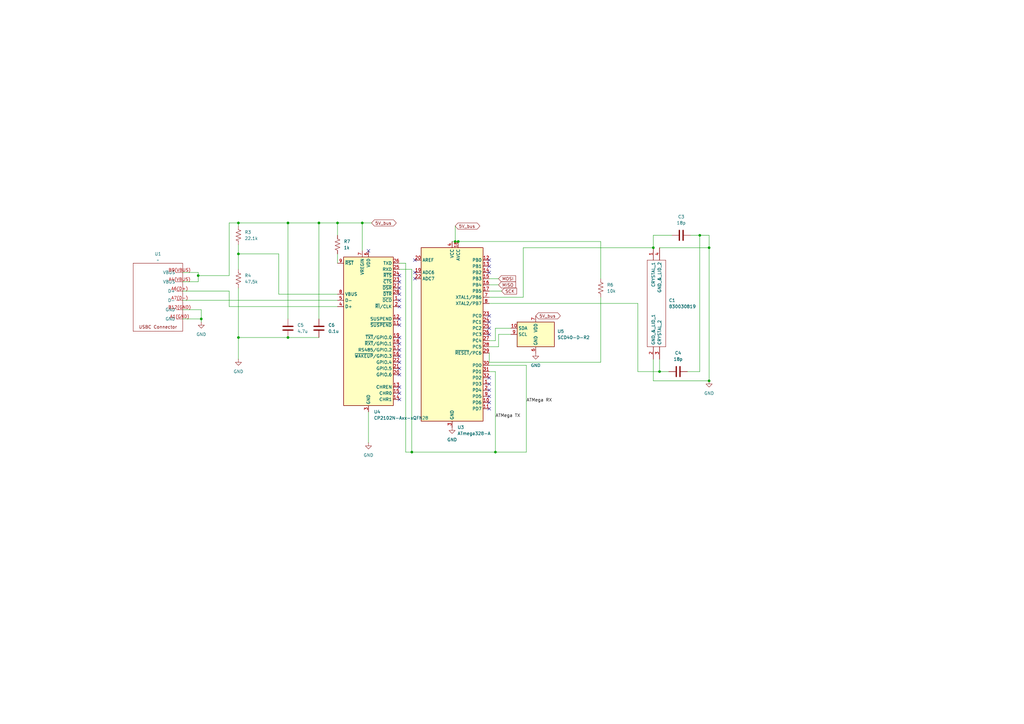
<source format=kicad_sch>
(kicad_sch (version 20231120) (generator "eeschema") (generator_version "8.0")
  (paper "A3")
  (lib_symbols
    (symbol "830030819:830030819" (pin_names (offset 0.762))
      (property "Reference" "C" (at 41.91 7.62 0))
      (property "Value" "830030819" (at 41.91 5.08 0))
      (symbol "830030819_0_0"
        (pin passive line (at 0 -2.54 0) (length 5.08) (name "CRYSTAL_1") (number "1"))
        (pin passive line (at 45.72 -2.54 180) (length 5.08) (name "GND_&_LID_1") (number "2"))
        (pin passive line (at 45.72 0 180) (length 5.08) (name "CRYSTAL_2") (number "3"))
        (pin passive line (at 0 0 0) (length 5.08) (name "GND_&_LID_2") (number "4"))
      )
      (symbol "830030819_0_1"
        (polyline (pts (xy 5.08 2.54) (xy 40.64 2.54) (xy 40.64 -5.08) (xy 5.08 -5.08) (xy 5.08 2.54)) (stroke (width 0.1524)))
      )
    )
    (symbol "Device:C" (pin_numbers hide) (pin_names (offset 0.254))
      (property "Reference" "C" (at 0.635 2.54 0))
      (property "Value" "C" (at 0.635 -2.54 0))
      (symbol "C_0_1"
        (polyline (pts (xy -2.032 -0.762) (xy 2.032 -0.762)) (stroke (width 0.508)))
        (polyline (pts (xy -2.032 0.762) (xy 2.032 0.762)) (stroke (width 0.508)))
      )
      (symbol "C_1_1"
        (pin passive line (at 0 3.81 270) (length 2.794) (name "~") (number "1"))
        (pin passive line (at 0 -3.81 90) (length 2.794) (name "~") (number "2"))
      )
    )
    (symbol "Device:R_US" (pin_numbers hide) (pin_names (offset 0))
      (property "Reference" "R" (at 2.54 0 90))
      (property "Value" "R_US" (at -2.54 0 90))
      (symbol "R_US_0_1"
        (polyline (pts (xy 0 -2.286) (xy 0 -2.54)))
        (polyline (pts (xy 0 2.286) (xy 0 2.54)))
        (polyline (pts (xy 0 -0.762) (xy 1.016 -1.143) (xy 0 -1.524) (xy -1.016 -1.905) (xy 0 -2.286)))
        (polyline (pts (xy 0 0.762) (xy 1.016 0.381) (xy 0 0) (xy -1.016 -0.381) (xy 0 -0.762)))
        (polyline (pts (xy 0 2.286) (xy 1.016 1.905) (xy 0 1.524) (xy -1.016 1.143) (xy 0 0.762)))
      )
      (symbol "R_US_1_1"
        (pin passive line (at 0 3.81 270) (length 1.27) (name "~") (number "1"))
        (pin passive line (at 0 -3.81 90) (length 1.27) (name "~") (number "2"))
      )
    )
    (symbol "Interface_USB:CP2102N-Axx-xQFN28"
      (property "Reference" "U" (at -8.89 31.75 0))
      (property "Value" "CP2102N-Axx-xQFN28" (at 12.7 31.75 0))
      (symbol "CP2102N-Axx-xQFN28_0_1"
        (rectangle (start -10.16 30.48) (end 10.16 -30.48) (stroke (width 0.254)) (fill (type background)))
      )
      (symbol "CP2102N-Axx-xQFN28_1_1"
        (pin input line (at 12.7 12.7 180) (length 2.54) (name "~{DCD}") (number "1"))
        (pin no_connect line (at -10.16 -27.94 0) (length 2.54) hide (name "NC") (number "10"))
        (pin output line (at 12.7 2.54 180) (length 2.54) (name "~{SUSPEND}") (number "11"))
        (pin output line (at 12.7 5.08 180) (length 2.54) (name "SUSPEND") (number "12"))
        (pin output line (at 12.7 -22.86 180) (length 2.54) (name "CHREN") (number "13"))
        (pin output line (at 12.7 -27.94 180) (length 2.54) (name "CHR1") (number "14"))
        (pin output line (at 12.7 -25.4 180) (length 2.54) (name "CHR0") (number "15"))
        (pin bidirectional line (at 12.7 -10.16 180) (length 2.54) (name "~{WAKEUP}/GPIO.3") (number "16"))
        (pin bidirectional line (at 12.7 -7.62 180) (length 2.54) (name "RS485/GPIO.2") (number "17"))
        (pin bidirectional line (at 12.7 -5.08 180) (length 2.54) (name "~{RXT}/GPIO.1") (number "18"))
        (pin bidirectional line (at 12.7 -2.54 180) (length 2.54) (name "~{TXT}/GPIO.0") (number "19"))
        (pin bidirectional line (at 12.7 10.16 180) (length 2.54) (name "~{RI}/CLK") (number "2"))
        (pin bidirectional line (at 12.7 -17.78 180) (length 2.54) (name "GPIO.6") (number "20"))
        (pin bidirectional line (at 12.7 -15.24 180) (length 2.54) (name "GPIO.5") (number "21"))
        (pin bidirectional line (at 12.7 -12.7 180) (length 2.54) (name "GPIO.4") (number "22"))
        (pin input line (at 12.7 20.32 180) (length 2.54) (name "~{CTS}") (number "23"))
        (pin output line (at 12.7 22.86 180) (length 2.54) (name "~{RTS}") (number "24"))
        (pin input line (at 12.7 25.4 180) (length 2.54) (name "RXD") (number "25"))
        (pin output line (at 12.7 27.94 180) (length 2.54) (name "TXD") (number "26"))
        (pin input line (at 12.7 17.78 180) (length 2.54) (name "~{DSR}") (number "27"))
        (pin output line (at 12.7 15.24 180) (length 2.54) (name "~{DTR}") (number "28"))
        (pin passive line (at 0 -33.02 90) (length 2.54) hide (name "GND") (number "29"))
        (pin power_in line (at 0 -33.02 90) (length 2.54) (name "GND") (number "3"))
        (pin bidirectional line (at -12.7 10.16 0) (length 2.54) (name "D+") (number "4"))
        (pin bidirectional line (at -12.7 12.7 0) (length 2.54) (name "D-") (number "5"))
        (pin power_in line (at 0 33.02 270) (length 2.54) (name "VDD") (number "6"))
        (pin power_in line (at -2.54 33.02 270) (length 2.54) (name "VREGIN") (number "7"))
        (pin input line (at -12.7 15.24 0) (length 2.54) (name "VBUS") (number "8"))
        (pin input line (at -12.7 27.94 0) (length 2.54) (name "~{RST}") (number "9"))
      )
    )
    (symbol "MCU_Microchip_ATmega:ATmega328-A"
      (property "Reference" "U" (at -12.7 36.83 0))
      (property "Value" "ATmega328-A" (at 2.54 -36.83 0))
      (symbol "ATmega328-A_0_1"
        (rectangle (start -12.7 -35.56) (end 12.7 35.56) (stroke (width 0.254)) (fill (type background)))
      )
      (symbol "ATmega328-A_1_1"
        (pin bidirectional line (at 15.24 -20.32 180) (length 2.54) (name "PD3") (number "1"))
        (pin bidirectional line (at 15.24 -27.94 180) (length 2.54) (name "PD6") (number "10"))
        (pin bidirectional line (at 15.24 -30.48 180) (length 2.54) (name "PD7") (number "11"))
        (pin bidirectional line (at 15.24 30.48 180) (length 2.54) (name "PB0") (number "12"))
        (pin bidirectional line (at 15.24 27.94 180) (length 2.54) (name "PB1") (number "13"))
        (pin bidirectional line (at 15.24 25.4 180) (length 2.54) (name "PB2") (number "14"))
        (pin bidirectional line (at 15.24 22.86 180) (length 2.54) (name "PB3") (number "15"))
        (pin bidirectional line (at 15.24 20.32 180) (length 2.54) (name "PB4") (number "16"))
        (pin bidirectional line (at 15.24 17.78 180) (length 2.54) (name "PB5") (number "17"))
        (pin power_in line (at 2.54 38.1 270) (length 2.54) (name "AVCC") (number "18"))
        (pin input line (at -15.24 25.4 0) (length 2.54) (name "ADC6") (number "19"))
        (pin bidirectional line (at 15.24 -22.86 180) (length 2.54) (name "PD4") (number "2"))
        (pin passive line (at -15.24 30.48 0) (length 2.54) (name "AREF") (number "20"))
        (pin passive line (at 0 -38.1 90) (length 2.54) hide (name "GND") (number "21"))
        (pin input line (at -15.24 22.86 0) (length 2.54) (name "ADC7") (number "22"))
        (pin bidirectional line (at 15.24 7.62 180) (length 2.54) (name "PC0") (number "23"))
        (pin bidirectional line (at 15.24 5.08 180) (length 2.54) (name "PC1") (number "24"))
        (pin bidirectional line (at 15.24 2.54 180) (length 2.54) (name "PC2") (number "25"))
        (pin bidirectional line (at 15.24 0 180) (length 2.54) (name "PC3") (number "26"))
        (pin bidirectional line (at 15.24 -2.54 180) (length 2.54) (name "PC4") (number "27"))
        (pin bidirectional line (at 15.24 -5.08 180) (length 2.54) (name "PC5") (number "28"))
        (pin bidirectional line (at 15.24 -7.62 180) (length 2.54) (name "~{RESET}/PC6") (number "29"))
        (pin power_in line (at 0 -38.1 90) (length 2.54) (name "GND") (number "3"))
        (pin bidirectional line (at 15.24 -12.7 180) (length 2.54) (name "PD0") (number "30"))
        (pin bidirectional line (at 15.24 -15.24 180) (length 2.54) (name "PD1") (number "31"))
        (pin bidirectional line (at 15.24 -17.78 180) (length 2.54) (name "PD2") (number "32"))
        (pin power_in line (at 0 38.1 270) (length 2.54) (name "VCC") (number "4"))
        (pin passive line (at 0 -38.1 90) (length 2.54) hide (name "GND") (number "5"))
        (pin passive line (at 0 38.1 270) (length 2.54) hide (name "VCC") (number "6"))
        (pin bidirectional line (at 15.24 15.24 180) (length 2.54) (name "XTAL1/PB6") (number "7"))
        (pin bidirectional line (at 15.24 12.7 180) (length 2.54) (name "XTAL2/PB7") (number "8"))
        (pin bidirectional line (at 15.24 -25.4 180) (length 2.54) (name "PD5") (number "9"))
      )
    )
    (symbol "R_US_1" (pin_numbers hide) (pin_names (offset 0))
      (property "Reference" "R4" (at 2.54 1.2701 0))
      (property "Value" "47.5k" (at 2.54 -1.2699 0))
      (symbol "R_US_1_0_1"
        (polyline (pts (xy 0 -2.286) (xy 0 -2.54)))
        (polyline (pts (xy 0 2.286) (xy 0 2.54)))
        (polyline (pts (xy 0 -0.762) (xy 1.016 -1.143) (xy 0 -1.524) (xy -1.016 -1.905) (xy 0 -2.286)))
        (polyline (pts (xy 0 0.762) (xy 1.016 0.381) (xy 0 0) (xy -1.016 -0.381) (xy 0 -0.762)))
        (polyline (pts (xy 0 2.286) (xy 1.016 1.905) (xy 0 1.524) (xy -1.016 1.143) (xy 0 0.762)))
      )
      (symbol "R_US_1_1_1"
        (pin passive line (at 0 3.81 270) (length 1.27) (name "~") (number "1"))
        (pin passive line (at 0 -3.81 90) (length 1.27) (name "~") (number "2"))
      )
    )
    (symbol "Sensor_Gas:SCD40-D-R2"
      (property "Reference" "U" (at -7.62 6.35 0))
      (property "Value" "SCD40-D-R2" (at 6.985 6.35 0))
      (symbol "SCD40-D-R2_0_1"
        (rectangle (start 7.62 5.08) (end -7.62 -5.08) (stroke (width 0.254)) (fill (type background)))
      )
      (symbol "SCD40-D-R2_1_1"
        (pin bidirectional line (at 10.16 2.54 180) (length 2.54) (name "SDA") (number "10"))
        (pin passive line (at 0 7.62 270) (length 2.54) hide (name "VDD") (number "19"))
        (pin passive line (at 0 -7.62 90) (length 2.54) hide (name "GND") (number "20"))
        (pin passive line (at 0 -7.62 90) (length 2.54) hide (name "GND") (number "21"))
        (pin power_in line (at 0 -7.62 90) (length 2.54) (name "GND") (number "6"))
        (pin power_in line (at 0 7.62 270) (length 2.54) (name "VDD") (number "7"))
        (pin input line (at 10.16 0 180) (length 2.54) (name "SCL") (number "9"))
      )
    )
    (symbol "customCardLibrary:adafruit_usbc_male"
      (property "Reference" "U" (at 6.858 14.732 0))
      (symbol "adafruit_usbc_male_0_1"
        (rectangle (start -3.81 44.45) (end 16.51 16.51))
      )
      (symbol "adafruit_usbc_male_1_1"
        (text "USBC Connector\n" (at 6.35 18.288 0) (effects (font (size 1.27 1.27))))
        (pin bidirectional line (at 16.51 21.59 180) (length 2.54) (name "GND") (number "A1(GND)"))
        (pin bidirectional line (at 16.51 36.83 180) (length 2.54) (name "VBUS") (number "A4(VBUS)"))
        (pin bidirectional line (at 16.51 33.02 180) (length 2.54) (name "D+") (number "A6(D+)"))
        (pin bidirectional line (at 16.51 29.21 180) (length 2.54) (name "D-") (number "A7(D-)"))
        (pin bidirectional line (at 16.51 25.4 180) (length 2.54) (name "GND") (number "B12(GND)"))
        (pin bidirectional line (at 16.51 40.64 180) (length 2.54) (name "VBUS") (number "B9(VBUS)"))
      )
    )
    (symbol "power:GND" (power) (pin_numbers hide) (pin_names (offset 0) hide)
      (property "Value" "GND" (at 0 -3.81 0))
      (symbol "GND_0_1"
        (polyline (pts (xy 0 0) (xy 0 -1.27) (xy 1.27 -1.27) (xy 0 -2.54) (xy -1.27 -1.27) (xy 0 -1.27)))
      )
      (symbol "GND_1_1"
        (pin power_in line (at 0 0 270) (length 0) (name "~") (number "1"))
      )
    )
  )
  (junction (at 138.43 91.44))
  (junction (at 97.79 104.14))
  (junction (at 203.2 185.42))
  (junction (at 118.11 138.43))
  (junction (at 168.91 185.42))
  (junction (at 290.83 101.6))
  (junction (at 82.55 130.81))
  (junction (at 186.69 99.06))
  (junction (at 81.28 113.03))
  (junction (at 290.83 156.21))
  (junction (at 270.51 152.4))
  (junction (at 267.97 101.6))
  (junction (at 130.81 91.44))
  (junction (at 287.02 96.52))
  (junction (at 97.79 91.44))
  (junction (at 97.79 138.43))
  (junction (at 187.96 99.06))
  (junction (at 148.59 91.44))
  (junction (at 118.11 91.44))
  (no_connect (at 163.83 143.51))
  (no_connect (at 200.66 160.02))
  (no_connect (at 151.13 102.87))
  (no_connect (at 200.66 154.94))
  (no_connect (at 200.66 162.56))
  (no_connect (at 200.66 111.76))
  (no_connect (at 200.66 106.68))
  (no_connect (at 170.18 114.3))
  (no_connect (at 163.83 130.81))
  (no_connect (at 163.83 158.75))
  (no_connect (at 163.83 151.13))
  (no_connect (at 163.83 125.73))
  (no_connect (at 163.83 161.29))
  (no_connect (at 163.83 113.03))
  (no_connect (at 163.83 146.05))
  (no_connect (at 200.66 165.1))
  (no_connect (at 200.66 157.48))
  (no_connect (at 163.83 118.11))
  (no_connect (at 200.66 132.08))
  (no_connect (at 200.66 134.62))
  (no_connect (at 163.83 115.57))
  (no_connect (at 170.18 111.76))
  (no_connect (at 200.66 167.64))
  (no_connect (at 163.83 138.43))
  (no_connect (at 163.83 120.65))
  (no_connect (at 170.18 106.68))
  (no_connect (at 163.83 163.83))
  (no_connect (at 200.66 129.54))
  (no_connect (at 163.83 123.19))
  (no_connect (at 200.66 137.16))
  (no_connect (at 163.83 153.67))
  (no_connect (at 200.66 109.22))
  (no_connect (at 163.83 148.59))
  (no_connect (at 163.83 140.97))
  (no_connect (at 163.83 133.35))
  (wire (pts (xy 166.37 107.95) (xy 163.83 107.95)))
  (wire (pts (xy 267.97 96.52) (xy 267.97 101.6)))
  (wire (pts (xy 200.66 152.4) (xy 203.2 152.4)))
  (wire (pts (xy 246.38 99.06) (xy 187.96 99.06)))
  (wire (pts (xy 81.28 113.03) (xy 81.28 115.57)))
  (wire (pts (xy 261.62 152.4) (xy 270.51 152.4)))
  (wire (pts (xy 74.93 127) (xy 82.55 127)))
  (wire (pts (xy 290.83 96.52) (xy 290.83 101.6)))
  (wire (pts (xy 118.11 91.44) (xy 130.81 91.44)))
  (wire (pts (xy 204.47 137.16) (xy 204.47 142.24)))
  (wire (pts (xy 214.63 121.92) (xy 214.63 101.6)))
  (wire (pts (xy 204.47 142.24) (xy 200.66 142.24)))
  (wire (pts (xy 114.3 120.65) (xy 138.43 120.65)))
  (wire (pts (xy 166.37 185.42) (xy 166.37 107.95)))
  (wire (pts (xy 215.9 185.42) (xy 203.2 185.42)))
  (wire (pts (xy 97.79 147.32) (xy 97.79 138.43)))
  (wire (pts (xy 200.66 139.7) (xy 203.2 139.7)))
  (wire (pts (xy 97.79 91.44) (xy 97.79 92.71)))
  (wire (pts (xy 209.55 137.16) (xy 204.47 137.16)))
  (wire (pts (xy 93.98 125.73) (xy 138.43 125.73)))
  (wire (pts (xy 93.98 119.38) (xy 74.93 119.38)))
  (wire (pts (xy 97.79 91.44) (xy 118.11 91.44)))
  (wire (pts (xy 97.79 138.43) (xy 97.79 118.11)))
  (wire (pts (xy 130.81 91.44) (xy 138.43 91.44)))
  (wire (pts (xy 246.38 114.3) (xy 246.38 99.06)))
  (wire (pts (xy 82.55 127) (xy 82.55 130.81)))
  (wire (pts (xy 97.79 138.43) (xy 118.11 138.43)))
  (wire (pts (xy 287.02 96.52) (xy 290.83 96.52)))
  (wire (pts (xy 283.21 96.52) (xy 287.02 96.52)))
  (wire (pts (xy 187.96 99.06) (xy 186.69 99.06)))
  (wire (pts (xy 287.02 152.4) (xy 287.02 96.52)))
  (wire (pts (xy 200.66 114.3) (xy 204.47 114.3)))
  (wire (pts (xy 168.91 110.49) (xy 168.91 185.42)))
  (wire (pts (xy 82.55 130.81) (xy 82.55 132.08)))
  (wire (pts (xy 97.79 100.33) (xy 97.79 104.14)))
  (wire (pts (xy 81.28 111.76) (xy 81.28 113.03)))
  (wire (pts (xy 114.3 104.14) (xy 114.3 120.65)))
  (wire (pts (xy 275.59 96.52) (xy 267.97 96.52)))
  (wire (pts (xy 270.51 101.6) (xy 290.83 101.6)))
  (wire (pts (xy 118.11 138.43) (xy 130.81 138.43)))
  (wire (pts (xy 148.59 102.87) (xy 148.59 91.44)))
  (wire (pts (xy 74.93 111.76) (xy 81.28 111.76)))
  (wire (pts (xy 186.69 92.71) (xy 186.69 99.06)))
  (wire (pts (xy 138.43 91.44) (xy 148.59 91.44)))
  (wire (pts (xy 81.28 115.57) (xy 74.93 115.57)))
  (wire (pts (xy 267.97 156.21) (xy 290.83 156.21)))
  (wire (pts (xy 130.81 91.44) (xy 130.81 130.81)))
  (wire (pts (xy 203.2 134.62) (xy 209.55 134.62)))
  (wire (pts (xy 200.66 119.38) (xy 205.74 119.38)))
  (wire (pts (xy 93.98 125.73) (xy 93.98 119.38)))
  (wire (pts (xy 200.66 148.59) (xy 200.66 144.78)))
  (wire (pts (xy 168.91 185.42) (xy 166.37 185.42)))
  (wire (pts (xy 74.93 130.81) (xy 82.55 130.81)))
  (wire (pts (xy 97.79 110.49) (xy 97.79 104.14)))
  (wire (pts (xy 214.63 101.6) (xy 267.97 101.6)))
  (wire (pts (xy 138.43 104.14) (xy 138.43 107.95)))
  (wire (pts (xy 270.51 152.4) (xy 270.51 147.32)))
  (wire (pts (xy 93.98 91.44) (xy 93.98 113.03)))
  (wire (pts (xy 81.28 113.03) (xy 93.98 113.03)))
  (wire (pts (xy 215.9 149.86) (xy 200.66 149.86)))
  (wire (pts (xy 200.66 116.84) (xy 204.47 116.84)))
  (wire (pts (xy 97.79 104.14) (xy 114.3 104.14)))
  (wire (pts (xy 168.91 185.42) (xy 203.2 185.42)))
  (wire (pts (xy 151.13 168.91) (xy 151.13 181.61)))
  (wire (pts (xy 185.42 99.06) (xy 186.69 99.06)))
  (wire (pts (xy 290.83 101.6) (xy 290.83 156.21)))
  (wire (pts (xy 281.94 152.4) (xy 287.02 152.4)))
  (wire (pts (xy 138.43 91.44) (xy 138.43 96.52)))
  (wire (pts (xy 148.59 91.44) (xy 152.4 91.44)))
  (wire (pts (xy 168.91 110.49) (xy 163.83 110.49)))
  (wire (pts (xy 246.38 121.92) (xy 246.38 148.59)))
  (wire (pts (xy 200.66 124.46) (xy 261.62 124.46)))
  (wire (pts (xy 203.2 152.4) (xy 203.2 185.42)))
  (wire (pts (xy 200.66 148.59) (xy 246.38 148.59)))
  (wire (pts (xy 261.62 124.46) (xy 261.62 152.4)))
  (wire (pts (xy 267.97 147.32) (xy 267.97 156.21)))
  (wire (pts (xy 93.98 91.44) (xy 97.79 91.44)))
  (wire (pts (xy 74.93 123.19) (xy 138.43 123.19)))
  (wire (pts (xy 215.9 149.86) (xy 215.9 185.42)))
  (wire (pts (xy 200.66 121.92) (xy 214.63 121.92)))
  (wire (pts (xy 270.51 152.4) (xy 274.32 152.4)))
  (wire (pts (xy 118.11 91.44) (xy 118.11 130.81)))
  (wire (pts (xy 203.2 134.62) (xy 203.2 139.7)))
  (label "ATMega TX" (at 203.2 171.45 0))
  (label "ATMega RX" (at 215.9 165.1 0))
  (global_label "MOSI" (shape input) (at 204.47 114.3 0) (property "Intersheetrefs" "${INTERSHEET_REFS}" (effects (hide yes))))
  (global_label "MISO" (shape input) (at 204.47 116.84 0) (property "Intersheetrefs" "${INTERSHEET_REFS}" (effects (hide yes))))
  (global_label "5V_bus" (shape bidirectional) (at 186.69 92.71 0) (property "Intersheetrefs" "${INTERSHEET_REFS}" (effects (hide yes))))
  (global_label "SCK" (shape input) (at 205.74 119.38 0) (property "Intersheetrefs" "${INTERSHEET_REFS}" (effects (hide yes))))
  (global_label "5V_bus" (shape bidirectional) (at 219.71 129.54 0) (property "Intersheetrefs" "${INTERSHEET_REFS}" (effects (hide yes))))
  (global_label "5V_bus" (shape bidirectional) (at 152.4 91.44 0) (property "Intersheetrefs" "${INTERSHEET_REFS}" (effects (hide yes))))
  (symbol (lib_name "R_US_1") (lib_id "Device:R_US") (at 97.79 114.3 0) (unit 1)
    (property "Reference" "R4" (at 100.33 113.0299 0) (effects (justify left)))
    (property "Value" "47.5k" (at 100.33 115.5699 0) (effects (justify left)))
    (property "Footprint" "Resistor_SMD:R_0805_2012Metric_Pad1.20x1.40mm_HandSolder" (effects (hide yes)))
    (property "Description" "Resistor, US symbol" (effects (hide yes)))
  )
  (symbol (lib_id "Device:R_US") (at 97.79 96.52 0) (unit 1)
    (property "Reference" "R3" (at 100.33 95.2499 0) (effects (justify left)))
    (property "Value" "22.1k" (at 100.33 97.7899 0) (effects (justify left)))
    (property "Footprint" "Resistor_SMD:R_0805_2012Metric_Pad1.20x1.40mm_HandSolder" (effects (hide yes)))
    (property "Description" "Resistor, US symbol" (effects (hide yes)))
  )
  (symbol (lib_id "power:GND") (at 151.13 181.61 0) (unit 1)
    (property "Reference" "#PWR07" (effects (hide yes)))
    (property "Value" "GND" (at 151.13 186.69 0))
    (property "Description" "Power symbol creates a global label with name \"GND\" , ground" (effects (hide yes)))
  )
  (symbol (lib_id "Device:R_US") (at 138.43 100.33 0) (unit 1)
    (property "Reference" "R7" (at 140.97 99.0599 0) (effects (justify left)))
    (property "Value" "1k" (at 140.97 101.5999 0) (effects (justify left)))
    (property "Footprint" "Resistor_SMD:R_0805_2012Metric_Pad1.20x1.40mm_HandSolder" (effects (hide yes)))
    (property "Description" "Resistor, US symbol" (effects (hide yes)))
  )
  (symbol (lib_id "power:GND") (at 97.79 147.32 0) (unit 1)
    (property "Reference" "#PWR08" (effects (hide yes)))
    (property "Value" "GND" (at 97.79 152.4 0))
    (property "Description" "Power symbol creates a global label with name \"GND\" , ground" (effects (hide yes)))
  )
  (symbol (lib_id "Device:C") (at 279.4 96.52 90) (unit 1)
    (property "Reference" "C3" (at 279.4 88.9 90))
    (property "Value" "18p" (at 279.4 91.44 90))
    (property "Footprint" "Capacitor_SMD:C_0805_2012Metric_Pad1.18x1.45mm_HandSolder" (effects (hide yes)))
    (property "Description" "Unpolarized capacitor" (effects (hide yes)))
  )
  (symbol (lib_id "power:GND") (at 185.42 175.26 0) (unit 1)
    (property "Reference" "#PWR05" (effects (hide yes)))
    (property "Value" "GND" (at 185.42 180.34 0))
    (property "Description" "Power symbol creates a global label with name \"GND\" , ground" (effects (hide yes)))
  )
  (symbol (lib_id "Device:C") (at 278.13 152.4 90) (unit 1)
    (property "Reference" "C4" (at 278.13 144.78 90))
    (property "Value" "18p" (at 278.13 147.32 90))
    (property "Footprint" "Capacitor_SMD:C_0805_2012Metric_Pad1.18x1.45mm_HandSolder" (effects (hide yes)))
    (property "Description" "Unpolarized capacitor" (effects (hide yes)))
  )
  (symbol (lib_id "power:GND") (at 219.71 144.78 0) (unit 1)
    (property "Reference" "#PWR06" (effects (hide yes)))
    (property "Value" "GND" (at 219.71 149.86 0))
    (property "Description" "Power symbol creates a global label with name \"GND\" , ground" (effects (hide yes)))
  )
  (symbol (lib_id "customCardLibrary:adafruit_usbc_male") (at 58.42 152.4 0) (unit 1)
    (property "Reference" "U1" (at 64.77 104.14 0))
    (property "Value" "~" (at 64.77 106.68 0))
    (property "Footprint" "Framework_Card_USBC_Connector:framework_adafruit_USBC_connector" (effects (hide yes)))
  )
  (symbol (lib_id "Sensor_Gas:SCD40-D-R2") (at 219.71 137.16 0) (mirror y) (unit 1)
    (property "Reference" "U5" (at 228.6 135.8899 0) (effects (justify right)))
    (property "Value" "SCD40-D-R2" (at 228.6 138.4299 0) (effects (justify right)))
    (property "Footprint" "Sensor:Sensirion_SCD4x-1EP_10.1x10.1mm_P1.25mm_EP4.8x4.8mm" (effects (hide yes)))
    (property "Datasheet" "https://sensirion.com/media/documents/E0F04247/631EF271/CD_DS_SCD40_SCD41_Datasheet_D1.pdf" (effects (hide yes)))
    (property "Description" "Photoacoustic CO2 sensor, 40 000 ppm, I2C, 2.4-5.5 V, Base accuracy  400 - 2000 ppm" (effects (hide yes)))
  )
  (symbol (lib_id "Device:C") (at 130.81 134.62 0) (unit 1)
    (property "Reference" "C6" (at 134.62 133.3499 0) (effects (justify left)))
    (property "Value" "0.1u" (at 134.62 135.8899 0) (effects (justify left)))
    (property "Footprint" "Capacitor_SMD:C_0805_2012Metric_Pad1.18x1.45mm_HandSolder" (effects (hide yes)))
    (property "Description" "Unpolarized capacitor" (effects (hide yes)))
  )
  (symbol (lib_id "power:GND") (at 82.55 132.08 0) (unit 1)
    (property "Reference" "#PWR02" (effects (hide yes)))
    (property "Value" "GND" (at 82.55 137.16 0))
    (property "Description" "Power symbol creates a global label with name \"GND\" , ground" (effects (hide yes)))
  )
  (symbol (lib_id "830030819:830030819") (at 270.51 101.6 270) (unit 1)
    (property "Reference" "C1" (at 274.32 123.1899 90) (effects (justify left)))
    (property "Value" "830030819" (at 274.32 125.7299 90) (effects (justify left)))
    (property "Footprint" "830030819:830030819" (effects (hide yes)))
    (property "Datasheet" "https://www.we-online.com/catalog/datasheet/830030819.pdf" (effects (hide yes)))
    (property "Description" "Crystals WE-XTAL 16.0MHz 50ppm 5.0 x 3.2mm" (effects (hide yes)))
    (property "Height" "1" (effects (hide yes)))
    (property "Mouser Part Number" "710-830030819" (effects (hide yes)))
    (property "Mouser Price/Stock" "https://www.mouser.co.uk/ProductDetail/Wurth-Elektronik/830030819?qs=2WXlatMagcFqvt1gZn%252BeGg%3D%3D" (effects (hide yes)))
    (property "Manufacturer_Name" "Wurth Elektronik" (effects (hide yes)))
    (property "Manufacturer_Part_Number" "830030819" (effects (hide yes)))
  )
  (symbol (lib_id "power:GND") (at 290.83 156.21 0) (unit 1)
    (property "Reference" "#PWR01" (effects (hide yes)))
    (property "Value" "GND" (at 290.83 161.29 0))
    (property "Description" "Power symbol creates a global label with name \"GND\" , ground" (effects (hide yes)))
  )
  (symbol (lib_id "Interface_USB:CP2102N-Axx-xQFN28") (at 151.13 135.89 0) (unit 1)
    (property "Reference" "U4" (at 153.3241 168.91 0) (effects (justify left)))
    (property "Value" "CP2102N-Axx-xQFN28" (at 153.3241 171.45 0) (effects (justify left)))
    (property "Footprint" "Package_DFN_QFN:QFN-28-1EP_5x5mm_P0.5mm_EP3.35x3.35mm" (effects (hide yes)))
    (property "Datasheet" "https://www.silabs.com/documents/public/data-sheets/cp2102n-datasheet.pdf" (effects (hide yes)))
    (property "Description" "USB to UART master bridge, QFN-28" (effects (hide yes)))
  )
  (symbol (lib_id "Device:C") (at 118.11 134.62 0) (unit 1)
    (property "Reference" "C5" (at 121.92 133.3499 0) (effects (justify left)))
    (property "Value" "4.7u" (at 121.92 135.8899 0) (effects (justify left)))
    (property "Footprint" "Capacitor_SMD:C_0805_2012Metric_Pad1.18x1.45mm_HandSolder" (effects (hide yes)))
    (property "Description" "Unpolarized capacitor" (effects (hide yes)))
  )
  (symbol (lib_id "Device:R_US") (at 246.38 118.11 0) (unit 1)
    (property "Reference" "R6" (at 248.92 116.8399 0) (effects (justify left)))
    (property "Value" "10k" (at 248.92 119.3799 0) (effects (justify left)))
    (property "Footprint" "Resistor_SMD:R_0805_2012Metric_Pad1.20x1.40mm_HandSolder" (effects (hide yes)))
    (property "Description" "Resistor, US symbol" (effects (hide yes)))
  )
  (symbol (lib_id "MCU_Microchip_ATmega:ATmega328-A") (at 185.42 137.16 0) (unit 1)
    (property "Reference" "U3" (at 187.6141 175.26 0) (effects (justify left)))
    (property "Value" "ATmega328-A" (at 187.6141 177.8 0) (effects (justify left)))
    (property "Footprint" "Package_QFP:TQFP-32_7x7mm_P0.8mm" (effects (hide yes)))
    (property "Datasheet" "http://ww1.microchip.com/downloads/en/DeviceDoc/ATmega328_P%20AVR%20MCU%20with%20picoPower%20Technology%20Data%20Sheet%2040001984A.pdf" (effects (hide yes)))
    (property "Description" "20MHz, 32kB Flash, 2kB SRAM, 1kB EEPROM, TQFP-32" (effects (hide yes)))
  )
)
</source>
